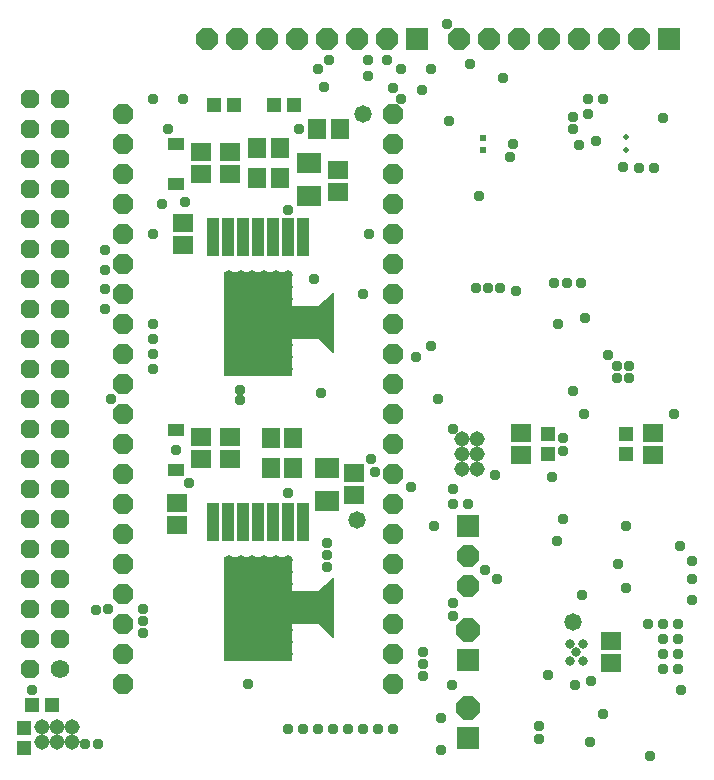
<source format=gbr>
G04 EAGLE Gerber RS-274X export*
G75*
%MOMM*%
%FSLAX34Y34*%
%LPD*%
%INSoldermask Bottom*%
%IPPOS*%
%AMOC8*
5,1,8,0,0,1.08239X$1,22.5*%
G01*
%ADD10P,1.843527X8X202.500000*%
%ADD11R,1.093200X3.263200*%
%ADD12R,1.093200X3.293200*%
%ADD13R,5.715000X8.864600*%
%ADD14C,0.812800*%
%ADD15R,1.503200X1.803200*%
%ADD16R,1.803200X1.503200*%
%ADD17C,1.473200*%
%ADD18R,2.003200X1.803200*%
%ADD19R,1.703200X1.503200*%
%ADD20R,1.503200X1.703200*%
%ADD21R,1.203200X1.303200*%
%ADD22C,0.622300*%
%ADD23C,1.308100*%
%ADD24R,1.303200X1.203200*%
%ADD25R,1.403200X1.103200*%
%ADD26C,1.574800*%
%ADD27P,1.704548X8X112.500000*%
%ADD28C,0.508000*%
%ADD29P,2.144431X8X202.500000*%
%ADD30R,1.981200X1.981200*%
%ADD31P,2.005885X8X22.500000*%
%ADD32R,1.853200X1.853200*%
%ADD33P,2.005885X8X292.500000*%
%ADD34C,0.959600*%

G36*
X317558Y381647D02*
X317558Y381647D01*
X317631Y381649D01*
X317668Y381665D01*
X317708Y381671D01*
X317771Y381706D01*
X317838Y381734D01*
X317868Y381761D01*
X317904Y381781D01*
X317951Y381836D01*
X318004Y381885D01*
X318023Y381921D01*
X318049Y381952D01*
X318073Y382020D01*
X318107Y382085D01*
X318113Y382130D01*
X318125Y382163D01*
X318125Y382207D01*
X318134Y382270D01*
X318134Y431800D01*
X318121Y431871D01*
X318118Y431944D01*
X318102Y431981D01*
X318095Y432021D01*
X318058Y432083D01*
X318029Y432150D01*
X318001Y432179D01*
X317980Y432214D01*
X317924Y432260D01*
X317874Y432312D01*
X317838Y432330D01*
X317806Y432355D01*
X317738Y432379D01*
X317672Y432410D01*
X317632Y432414D01*
X317594Y432427D01*
X317521Y432425D01*
X317449Y432432D01*
X317410Y432422D01*
X317369Y432421D01*
X317302Y432393D01*
X317232Y432375D01*
X317193Y432349D01*
X317162Y432336D01*
X317129Y432307D01*
X317076Y432271D01*
X304557Y421004D01*
X281940Y421004D01*
X281875Y420993D01*
X281809Y420991D01*
X281766Y420973D01*
X281719Y420965D01*
X281662Y420931D01*
X281602Y420906D01*
X281567Y420875D01*
X281526Y420850D01*
X281485Y420799D01*
X281436Y420755D01*
X281414Y420713D01*
X281385Y420676D01*
X281364Y420614D01*
X281333Y420555D01*
X281325Y420501D01*
X281313Y420464D01*
X281314Y420424D01*
X281313Y420420D01*
X281313Y420419D01*
X281313Y420417D01*
X281306Y420370D01*
X281306Y393700D01*
X281317Y393635D01*
X281319Y393569D01*
X281337Y393526D01*
X281345Y393479D01*
X281379Y393422D01*
X281404Y393362D01*
X281435Y393327D01*
X281460Y393286D01*
X281511Y393245D01*
X281555Y393196D01*
X281597Y393174D01*
X281634Y393145D01*
X281696Y393124D01*
X281755Y393093D01*
X281809Y393085D01*
X281846Y393073D01*
X281886Y393074D01*
X281940Y393066D01*
X304557Y393066D01*
X317076Y381799D01*
X317137Y381760D01*
X317194Y381715D01*
X317232Y381702D01*
X317266Y381680D01*
X317338Y381666D01*
X317406Y381643D01*
X317447Y381644D01*
X317486Y381636D01*
X317558Y381647D01*
G37*
G36*
X317558Y140347D02*
X317558Y140347D01*
X317631Y140349D01*
X317668Y140365D01*
X317708Y140371D01*
X317771Y140406D01*
X317838Y140434D01*
X317868Y140461D01*
X317904Y140481D01*
X317951Y140536D01*
X318004Y140585D01*
X318023Y140621D01*
X318049Y140652D01*
X318073Y140720D01*
X318107Y140785D01*
X318113Y140830D01*
X318125Y140863D01*
X318125Y140907D01*
X318134Y140970D01*
X318134Y190500D01*
X318121Y190571D01*
X318118Y190644D01*
X318102Y190681D01*
X318095Y190721D01*
X318058Y190783D01*
X318029Y190850D01*
X318001Y190879D01*
X317980Y190914D01*
X317924Y190960D01*
X317874Y191012D01*
X317838Y191030D01*
X317806Y191055D01*
X317738Y191079D01*
X317672Y191110D01*
X317632Y191114D01*
X317594Y191127D01*
X317521Y191125D01*
X317449Y191132D01*
X317410Y191122D01*
X317369Y191121D01*
X317302Y191093D01*
X317232Y191075D01*
X317193Y191049D01*
X317162Y191036D01*
X317129Y191007D01*
X317076Y190971D01*
X304557Y179704D01*
X281940Y179704D01*
X281875Y179693D01*
X281809Y179691D01*
X281766Y179673D01*
X281719Y179665D01*
X281662Y179631D01*
X281602Y179606D01*
X281567Y179575D01*
X281526Y179550D01*
X281485Y179499D01*
X281436Y179455D01*
X281414Y179413D01*
X281385Y179376D01*
X281364Y179314D01*
X281333Y179255D01*
X281325Y179201D01*
X281313Y179164D01*
X281314Y179124D01*
X281313Y179120D01*
X281313Y179119D01*
X281313Y179117D01*
X281306Y179070D01*
X281306Y152400D01*
X281317Y152335D01*
X281319Y152269D01*
X281337Y152226D01*
X281345Y152179D01*
X281379Y152122D01*
X281404Y152062D01*
X281435Y152027D01*
X281460Y151986D01*
X281511Y151945D01*
X281555Y151896D01*
X281597Y151874D01*
X281634Y151845D01*
X281696Y151824D01*
X281755Y151793D01*
X281809Y151785D01*
X281846Y151773D01*
X281886Y151774D01*
X281940Y151766D01*
X304557Y151766D01*
X317076Y140499D01*
X317137Y140460D01*
X317194Y140415D01*
X317232Y140402D01*
X317266Y140380D01*
X317338Y140366D01*
X317406Y140343D01*
X317447Y140344D01*
X317486Y140336D01*
X317558Y140347D01*
G37*
D10*
X368300Y101600D03*
X368300Y127000D03*
X368300Y152400D03*
X368300Y177800D03*
X368300Y203200D03*
X368300Y228600D03*
X368300Y254000D03*
X368300Y279400D03*
X368300Y304800D03*
X368300Y330200D03*
X368300Y355600D03*
X368300Y381000D03*
X368300Y406400D03*
X368300Y431800D03*
X368300Y457200D03*
X368300Y482600D03*
X368300Y508000D03*
X368300Y533400D03*
X368300Y558800D03*
X368300Y584200D03*
X139700Y584200D03*
X139700Y558800D03*
X139700Y533400D03*
X139700Y508000D03*
X139700Y482600D03*
X139700Y457200D03*
X139700Y431800D03*
X139700Y406400D03*
X139700Y381000D03*
X139700Y355600D03*
X139700Y330200D03*
X139700Y304800D03*
X139700Y279400D03*
X139700Y254000D03*
X139700Y228600D03*
X139700Y203200D03*
X139700Y177800D03*
X139700Y152400D03*
X139700Y127000D03*
X139700Y101600D03*
D11*
X215900Y238150D03*
X228600Y238150D03*
D12*
X241300Y238150D03*
D11*
X254000Y238150D03*
X266700Y238150D03*
X279400Y238150D03*
X292100Y238150D03*
D13*
X254000Y165100D03*
D14*
X229362Y127000D03*
X239268Y127000D03*
X249174Y127000D03*
X259080Y127000D03*
X268986Y127000D03*
X278892Y127000D03*
X229362Y136906D03*
X239268Y136906D03*
X249174Y136906D03*
X259080Y136906D03*
X268986Y136906D03*
X278892Y136906D03*
X229362Y146812D03*
X239268Y146812D03*
X249174Y146812D03*
X259080Y146812D03*
X268986Y146812D03*
X278892Y146812D03*
X229362Y156718D03*
X239268Y156718D03*
X249174Y156718D03*
X259080Y156718D03*
X268986Y156718D03*
X278892Y156718D03*
X229362Y166624D03*
X239268Y166624D03*
X249174Y166624D03*
X259080Y166624D03*
X268986Y166624D03*
X278892Y166624D03*
X229362Y176530D03*
X239268Y176530D03*
X249174Y176530D03*
X259080Y176530D03*
X268986Y176530D03*
X278892Y176530D03*
X229362Y186436D03*
X239268Y186436D03*
X249174Y186436D03*
X259080Y186436D03*
X268986Y186436D03*
X278892Y186436D03*
X229362Y196342D03*
X239268Y196342D03*
X249174Y196342D03*
X259080Y196342D03*
X268986Y196342D03*
X278892Y196342D03*
X229362Y206248D03*
X239268Y206248D03*
X249174Y206248D03*
X259080Y206248D03*
X268986Y206248D03*
X278892Y206248D03*
D15*
X264820Y284480D03*
X283820Y284480D03*
X264820Y309880D03*
X283820Y309880D03*
D16*
X229870Y291490D03*
X229870Y310490D03*
X205740Y291490D03*
X205740Y310490D03*
D11*
X215900Y479450D03*
X228600Y479450D03*
D12*
X241300Y479450D03*
D11*
X254000Y479450D03*
X266700Y479450D03*
X279400Y479450D03*
X292100Y479450D03*
D13*
X254000Y406400D03*
D14*
X229362Y368300D03*
X239268Y368300D03*
X249174Y368300D03*
X259080Y368300D03*
X268986Y368300D03*
X278892Y368300D03*
X229362Y378206D03*
X239268Y378206D03*
X249174Y378206D03*
X259080Y378206D03*
X268986Y378206D03*
X278892Y378206D03*
X229362Y388112D03*
X239268Y388112D03*
X249174Y388112D03*
X259080Y388112D03*
X268986Y388112D03*
X278892Y388112D03*
X229362Y398018D03*
X239268Y398018D03*
X249174Y398018D03*
X259080Y398018D03*
X268986Y398018D03*
X278892Y398018D03*
X229362Y407924D03*
X239268Y407924D03*
X249174Y407924D03*
X259080Y407924D03*
X268986Y407924D03*
X278892Y407924D03*
X229362Y417830D03*
X239268Y417830D03*
X249174Y417830D03*
X259080Y417830D03*
X268986Y417830D03*
X278892Y417830D03*
X229362Y427736D03*
X239268Y427736D03*
X249174Y427736D03*
X259080Y427736D03*
X268986Y427736D03*
X278892Y427736D03*
X229362Y437642D03*
X239268Y437642D03*
X249174Y437642D03*
X259080Y437642D03*
X268986Y437642D03*
X278892Y437642D03*
X229362Y447548D03*
X239268Y447548D03*
X249174Y447548D03*
X259080Y447548D03*
X268986Y447548D03*
X278892Y447548D03*
D15*
X253390Y529590D03*
X272390Y529590D03*
X253390Y554990D03*
X272390Y554990D03*
D16*
X229870Y532790D03*
X229870Y551790D03*
X205740Y532790D03*
X205740Y551790D03*
D17*
X337820Y240030D03*
X342900Y584200D03*
D18*
X312420Y256510D03*
X312420Y284510D03*
D19*
X335280Y261010D03*
X335280Y280010D03*
D20*
X304190Y571500D03*
X323190Y571500D03*
D18*
X297180Y514320D03*
X297180Y542320D03*
D19*
X321310Y517550D03*
X321310Y536550D03*
D21*
X499110Y313300D03*
X499110Y296300D03*
D19*
X476250Y314300D03*
X476250Y295300D03*
D21*
X565150Y313300D03*
X565150Y296300D03*
D19*
X588010Y314300D03*
X588010Y295300D03*
D22*
X444500Y563880D03*
X444500Y553720D03*
D23*
X71120Y52070D03*
X71120Y64770D03*
X83820Y52070D03*
X83820Y64770D03*
X96520Y52070D03*
X96520Y64770D03*
D24*
X79620Y83820D03*
X62620Y83820D03*
D21*
X55880Y64380D03*
X55880Y47380D03*
D23*
X439420Y283210D03*
X426720Y283210D03*
X439420Y295910D03*
X426720Y295910D03*
X439420Y308610D03*
X426720Y308610D03*
D24*
X267090Y591820D03*
X284090Y591820D03*
X216290Y591820D03*
X233290Y591820D03*
D25*
X184150Y316230D03*
X184150Y282230D03*
X184150Y558800D03*
X184150Y524800D03*
D19*
X185420Y235610D03*
X185420Y254610D03*
X190500Y473100D03*
X190500Y492100D03*
D26*
X86360Y114300D03*
D27*
X60960Y114300D03*
X86360Y139700D03*
X60960Y139700D03*
X86360Y165100D03*
X60960Y165100D03*
X86360Y190500D03*
X60960Y190500D03*
X86360Y215900D03*
X60960Y215900D03*
X86360Y241300D03*
X60960Y241300D03*
X86360Y266700D03*
X60960Y266700D03*
X86360Y292100D03*
X60960Y292100D03*
X86360Y317500D03*
X60960Y317500D03*
X86360Y342900D03*
X60960Y342900D03*
X86360Y368300D03*
X60960Y368300D03*
X86360Y393700D03*
X60960Y393700D03*
X86360Y419100D03*
X60960Y419100D03*
X86360Y444500D03*
X60960Y444500D03*
X86360Y469900D03*
X60960Y469900D03*
X86360Y495300D03*
X60960Y495300D03*
X86360Y520700D03*
X60960Y520700D03*
X86360Y546100D03*
X60960Y546100D03*
X86360Y571500D03*
X60960Y571500D03*
X86360Y596900D03*
X60960Y596900D03*
D28*
X565150Y564300D03*
X565150Y553300D03*
D29*
X431700Y81280D03*
D30*
X431700Y55880D03*
D31*
X431800Y209550D03*
D32*
X431800Y234950D03*
D31*
X431800Y184150D03*
D33*
X576072Y647474D03*
D32*
X601472Y647474D03*
D33*
X550672Y647474D03*
X525272Y647474D03*
X499872Y647474D03*
X474472Y647474D03*
X449072Y647474D03*
X423672Y647474D03*
X363193Y647472D03*
D32*
X388593Y647472D03*
D33*
X337793Y647472D03*
X312393Y647472D03*
X286993Y647472D03*
X261593Y647472D03*
X236193Y647472D03*
X210793Y647472D03*
D29*
X431800Y147320D03*
D30*
X431800Y121920D03*
D14*
X523240Y128270D03*
X528726Y135306D03*
X517754Y135306D03*
X528726Y121234D03*
X517754Y121234D03*
D17*
X520700Y153670D03*
D16*
X552450Y118770D03*
X552450Y137770D03*
D34*
X368300Y63500D03*
X402590Y234950D03*
X406400Y342900D03*
X528320Y176530D03*
X521970Y100330D03*
X355600Y63500D03*
X300990Y444500D03*
X191770Y509270D03*
X165100Y482092D03*
X534670Y52070D03*
X454660Y278130D03*
X511810Y309880D03*
X408940Y72390D03*
X408940Y45720D03*
X393700Y118110D03*
X419100Y170180D03*
X393700Y128270D03*
X393700Y107950D03*
X312420Y220980D03*
X312420Y210820D03*
X124460Y468630D03*
X124460Y452120D03*
X124460Y435610D03*
X124460Y419100D03*
X165100Y406400D03*
X165100Y393700D03*
X165100Y381000D03*
X165100Y368300D03*
X491490Y66040D03*
X491490Y54610D03*
X438150Y436880D03*
X448310Y436880D03*
X458470Y436880D03*
X504190Y440690D03*
X515620Y440690D03*
X527050Y440690D03*
X584200Y152400D03*
X596900Y152400D03*
X609600Y152400D03*
X596900Y139700D03*
X609600Y139700D03*
X596900Y127000D03*
X609600Y127000D03*
X596900Y114300D03*
X609600Y114300D03*
X431800Y254000D03*
X419100Y254000D03*
X156210Y165100D03*
X156210Y154940D03*
X156210Y144780D03*
X533400Y584200D03*
X520700Y581660D03*
X520700Y571500D03*
X621030Y205740D03*
X621030Y190500D03*
X621030Y172720D03*
X511810Y298450D03*
X419100Y158750D03*
X455930Y190500D03*
X445770Y198120D03*
X313690Y629920D03*
X346710Y629920D03*
X363220Y629920D03*
X557530Y370840D03*
X567690Y370840D03*
X557530Y360680D03*
X567690Y360680D03*
X312420Y200660D03*
X195580Y271780D03*
X184150Y299720D03*
X342900Y63500D03*
X330200Y63500D03*
X317500Y63500D03*
X304800Y63500D03*
X419100Y317500D03*
X279400Y63500D03*
X349532Y292100D03*
X127000Y165100D03*
X292100Y63500D03*
X353060Y280670D03*
X116558Y163830D03*
X383540Y267970D03*
X529590Y330200D03*
X605790Y330200D03*
X415290Y577850D03*
X546100Y76200D03*
X346710Y615950D03*
X433070Y626110D03*
X461010Y614680D03*
X245110Y101600D03*
X107351Y50800D03*
X62230Y96520D03*
X118110Y50800D03*
X419100Y266700D03*
X307340Y347980D03*
X238760Y350718D03*
X172720Y508000D03*
X177800Y571500D03*
X190500Y596900D03*
X165100Y596900D03*
X469900Y558800D03*
X309880Y607060D03*
X368300Y605790D03*
X392712Y604520D03*
X467360Y547370D03*
X304800Y622300D03*
X374650Y622300D03*
X400050Y622300D03*
X499110Y109220D03*
X417830Y100330D03*
X414020Y660400D03*
X585470Y40640D03*
X387350Y378460D03*
X612140Y96520D03*
X129540Y342900D03*
X238760Y341630D03*
X342900Y431800D03*
X279400Y262890D03*
X288290Y571500D03*
X279400Y502920D03*
X533400Y596900D03*
X374650Y596900D03*
X530860Y411480D03*
X549910Y379730D03*
X539750Y561340D03*
X558800Y203200D03*
X506730Y222250D03*
X511810Y241300D03*
X502920Y276860D03*
X565150Y182880D03*
X610870Y218440D03*
X508000Y406400D03*
X472440Y434340D03*
X565150Y234950D03*
X520700Y349250D03*
X525780Y557530D03*
X400050Y387350D03*
X440690Y514350D03*
X347980Y482600D03*
X562610Y539468D03*
X546100Y596900D03*
X576580Y538480D03*
X589280Y538480D03*
X596900Y580390D03*
X535940Y104140D03*
M02*

</source>
